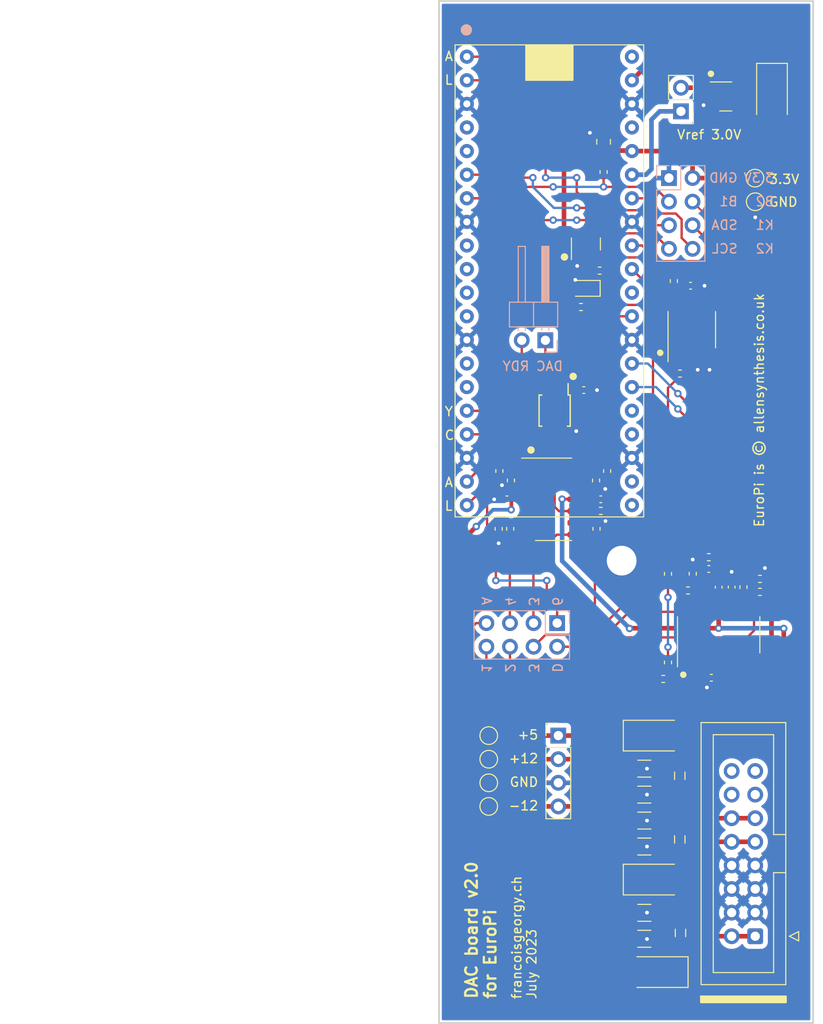
<source format=kicad_pcb>
(kicad_pcb (version 20221018) (generator pcbnew)
  (layers (0 "F.Cu" signal) (31 "B.Cu" signal) (34 "B.Paste" user) (35 "F.Paste" user) (36 "B.SilkS" user "B.Silkscreen") (37 "F.SilkS" user "F.Silkscreen") (38 "B.Mask" user) (39 "F.Mask" user) (44 "Edge.Cuts" user))
  (net 0 "")
  (net 1 "GND")
  (net 2 "/ADC_VREF")
  (net 3 "Net-(U3C-+)")
  (net 4 "/GP2")
  (net 5 "/GP3")
  (net 6 "Net-(U3D-+)")
  (net 7 "/Euro+5")
  (net 8 "/Euro+12")
  (net 9 "/Euro-12")
  (net 12 "/DIG_IN")
  (net 13 "/PWM1")
  (net 14 "/PWM2")
  (net 15 "/AN_IN")
  (net 18 "/OLED SDA P")
  (net 19 "/OLED SCL P")
  (net 20 "/DAC_RDY")
  (net 21 "/DAC_LDAC")
  (net 22 "/DAC_SDA")
  (net 23 "/DAC_SCL")
  (net 24 "/KNOB 2 P")
  (net 25 "/KNOB 1 P")
  (net 26 "Net-(D1-K)")
  (net 27 "Net-(D3-K)")
  (net 28 "Net-(D4-A)")
  (net 29 "Net-(R21-Pad2)")
  (net 30 "Net-(U5A--)")
  (net 31 "Net-(U4A--)")
  (net 32 "Net-(U4B--)")
  (net 33 "Net-(U4C--)")
  (net 34 "Net-(U4D--)")
  (net 35 "Net-(U3C--)")
  (net 36 "Net-(U3D--)")
  (net 49 "/BUTTON 1 P")
  (net 50 "/BUTTON 2 P")
  (net 51 "/OUTPUT 6 P")
  (net 52 "/OUTPUT 5 P")
  (net 53 "/OUTPUT 4 P")
  (net 54 "/ANALOGUE IN P")
  (net 55 "/OUTPUT 1 P")
  (net 56 "/OUTPUT 2 P")
  (net 57 "/OUTPUT 3 P")
  (net 58 "/DIGITAL IN P")
  (net 60 "/+5V")
  (net 61 "/+12V")
  (net 62 "/-12V")
  (net 63 "/+3.3V P")
  (net 64 "Net-(D5-A)")
  (net 68 "/DACA")
  (net 69 "/DACB")
  (net 70 "/DACC")
  (net 71 "/DACD")
  (net 72 "/DAC_RDY_JP")
  (net 73 "Net-(#FLG07-pwr)")
  (net 74 "/VREF30")
  (net 75 "Net-(U3A--)")
  (footprint "Capacitor_SMD:C_0402_1005Metric" (layer "F.Cu") (at 133.35 100.299 180)
    (fp_text reference "C4" hide)
    (fp_text value "100nF")
  )
  (footprint "Package_TO_SOT_SMD:SOT-23" (layer "F.Cu") (at 146.812 56.9468)
    (fp_text reference "U1" hide)
    (fp_text value "LM4040B30FTA")
  )
  (footprint "Capacitor_SMD:C_1206_3216Metric" (layer "F.Cu") (at 138.042 132.08)
    (fp_text reference "C25" hide)
    (fp_text value "22uF")
  )
  (footprint "Capacitor_SMD:C_1206_3216Metric" (layer "F.Cu") (at 138.042 129.286)
    (fp_text reference "C20" hide)
    (fp_text value "22uF")
  )
  (footprint "Resistor_SMD:R_0402_1005Metric" (layer "F.Cu") (at 133.223 75.692 180)
    (fp_text reference "R27" hide)
    (fp_text value "100K")
  )
  (footprint "Capacitor_SMD:C_1206_3216Metric" (layer "F.Cu") (at 138.042 144.8011)
    (fp_text reference "C24" hide)
    (fp_text value "22uF")
  )
  (footprint "Diode_SMD:D_SOD-323" (layer "F.Cu") (at 131.6736 77.597 180)
    (fp_text reference "D1" hide)
    (fp_text value "1N5817WS")
  )
  (footprint "TestPoint:TestPoint_Pad_D1.5mm" (layer "F.Cu") (at 121.285 130.81)
    (fp_text reference "TP3" hide)
    (fp_text value "TestPoint")
  )
  (footprint "Diode_SMD:D_SMA" (layer "F.Cu") (at 139.287 141.224)
    (fp_text reference "D4" hide)
    (fp_text value "STPS1L30")
  )
  (footprint "Resistor_SMD:R_0402_1005Metric" (layer "F.Cu") (at 133.35 101.5492)
    (fp_text reference "R33" hide)
    (fp_text value "100K")
  )
  (footprint "Resistor_SMD:R_0402_1005Metric" (layer "F.Cu") (at 140.589 108.3173 90)
    (fp_text reference "R22" hide)
    (fp_text value "22K")
  )
  (footprint "Package_TO_SOT_SMD:SOT-23" (layer "F.Cu") (at 131.7498 72.8218 90)
    (fp_text reference "Q1" hide)
    (fp_text value "MBT2222A")
  )
  (footprint "Capacitor_SMD:C_0402_1005Metric" (layer "F.Cu") (at 144.9832 107.7976 180)
    (fp_text reference "C10" hide)
    (fp_text value "100nF")
  )
  (footprint "Resistor_SMD:R_0402_1005Metric" (layer "F.Cu") (at 133.6548 65.0748 90)
    (fp_text reference "R24" hide)
    (fp_text value "10K")
  )
  (footprint "TestPoint:TestPoint_Pad_D1.5mm" (layer "F.Cu") (at 121.285 125.73)
    (fp_text reference "TP1" hide)
    (fp_text value "TestPoint")
  )
  (footprint "Library:Raspberry Pi Pico" (layer "F.Cu") (at 118.925 52.665)
    (fp_text reference "RPI1" hide)
    (fp_text value "Raspberry_Pi_Pico")
  )
  (footprint "TestPoint:TestPoint_Pad_D1.5mm" (layer "F.Cu") (at 149.987 68.2752)
    (fp_text reference "TP6" hide)
    (fp_text value "TestPoint")
  )
  (footprint "Capacitor_SMD:C_1206_3216Metric" (layer "F.Cu") (at 138.042 137.668)
    (fp_text reference "C22" hide)
    (fp_text value "22uF")
  )
  (footprint "Package_SO:SOIC-8_3.9x4.9mm_P1.27mm" (layer "F.Cu") (at 143.1544 82.042 90)
    (fp_text reference "U5" hide)
    (fp_text value "MCP6002")
  )
  (footprint "Resistor_SMD:R_0402_1005Metric" (layer "F.Cu") (at 144.9832 106.5276 180)
    (fp_text reference "R2" hide)
    (fp_text value "1K")
  )
  (footprint "Resistor_SMD:R_0402_1005Metric" (layer "F.Cu") (at 143.256 108.3056 90)
    (fp_text reference "R30" hide)
    (fp_text value "100K")
  )
  (footprint "Resistor_SMD:R_0402_1005Metric" (layer "F.Cu") (at 140.589 117.856 90)
    (fp_text reference "R21" hide)
    (fp_text value "22K")
  )
  (footprint "Resistor_SMD:R_0402_1005Metric" (layer "F.Cu") (at 132.8928 103.4796 90)
    (fp_text reference "R39" hide)
    (fp_text value "220K")
  )
  (footprint "Package_SO:SOIC-14_3.9x8.7mm_P1.27mm" (layer "F.Cu") (at 128.268 100.299)
    (fp_text reference "U4" hide)
    (fp_text value "TL074")
  )
  (footprint "Capacitor_SMD:C_0402_1005Metric" (layer "F.Cu") (at 131.5212 88.5444)
    (fp_text reference "C8" hide)
    (fp_text value "100nF")
  )
  (footprint "Resistor_SMD:R_0402_1005Metric" (layer "F.Cu") (at 123.5992 103.4796 90)
    (fp_text reference "R38" hide)
    (fp_text value "220K")
  )
  (footprint "Resistor_SMD:R_0402_1005Metric" (layer "F.Cu") (at 132.842 98.2746 -90)
    (fp_text reference "R34" hide)
    (fp_text value "100K")
  )
  (footprint "Resistor_SMD:R_0402_1005Metric" (layer "F.Cu") (at 131.2164 79.6036)
    (fp_text reference "R26" hide)
    (fp_text value "10K")
  )
  (footprint "Resistor_SMD:R_0402_1005Metric" (layer "F.Cu") (at 142.748 110.109)
    (fp_text reference "R36" hide)
    (fp_text value "220K")
  )
  (footprint "Connector_PinHeader_2.54mm:PinHeader_1x02_P2.54mm_Vertical" (layer "F.Cu") (at 141.986 58.547 180)
    (fp_text reference "J7" hide)
    (fp_text value "Conn_01x02_Pin")
  )
  (footprint "Resistor_SMD:R_0402_1005Metric" (layer "F.Cu") (at 150.497 108.8644)
    (fp_text reference "R29" hide)
    (fp_text value "100K")
  )
  (footprint "Capacitor_SMD:C_0402_1005Metric" (layer "F.Cu") (at 145.2626 119.507 180)
    (fp_text reference "C5" hide)
    (fp_text value "100nF")
  )
  (footprint "Capacitor_SMD:C_0402_1005Metric" (layer "F.Cu") (at 147.447 109.7534 90)
    (fp_text reference "C9" hide)
    (fp_text value "100nF")
  )
  (footprint "Diode_SMD:D_SMA" (layer "F.Cu") (at 139.287 125.73)
    (fp_text reference "D5" hide)
    (fp_text value "STPS1L30")
  )
  (footprint "Diode_SMD:D_SMA" (layer "F.Cu") (at 139.242 151.1808 180)
    (fp_text reference "D3" hide)
    (fp_text value "STPS1L30")
  )
  (footprint "Capacitor_SMD:C_0805_2012Metric" (layer "F.Cu") (at 133.6548 61.8236 90)
    (fp_text reference "C1" hide)
    (fp_text value "10uF")
  )
  (footprint "Resistor_SMD:R_0402_1005Metric" (layer "F.Cu") (at 140.081 119.634)
    (fp_text reference "R28" hide)
    (fp_text value "100K")
  )
  (footprint "Inductor_SMD:L_0805_2012Metric" (layer "F.Cu") (at 141.859 130.048 90)
    (fp_text reference "FB1" hide)
    (fp_text value "FerriteBead")
  )
  (footprint "Connector_IDC:IDC-Header_2x08_P2.54mm_Vertical" (layer "F.Cu") (at 149.987 147.32 180)
    (fp_text reference "J1" hide)
    (fp_text value "Conn_02x08_Odd_Even")
  )
  (footprint "Capacitor_SMD:C_0402_1005Metric" (layer "F.Cu") (at 146.05 109.7534 -90)
    (fp_text reference "C6" hide)
    (fp_text value "100nF")
  )
  (footprint "Capacitor_SMD:C_1206_3216Metric" (layer "F.Cu") (at 138.042 147.5951)
    (fp_text reference "C23" hide)
    (fp_text value "22uF")
  )
  (footprint "Connector_PinHeader_2.54mm:PinHeader_1x04_P2.54mm_Vertical" (layer "F.Cu") (at 128.778 125.73)
    (fp_text reference "J6" hide)
    (fp_text value "Conn_01x04_Male")
  )
  (footprint "Resistor_SMD:R_0402_1005Metric" (layer "F.Cu") (at 122.3518 103.4796 -90)
    (fp_text reference "R32" hide)
    (fp_text value "100K")
  )
  (footprint "Inductor_SMD:L_0805_2012Metric" (layer "F.Cu") (at 141.859 136.906 -90)
    (fp_text reference "FB2" hide)
    (fp_text value "FerriteBead" hide)
  )
  (footprint "Resistor_SMD:R_0402_1005Metric" (layer "F.Cu") (at 123.6726 98.2726 -90)
    (fp_text reference "R31" hide)
    (fp_text value "100K")
  )
  (footprint "Diode_SMD:D_SMA" (layer "F.Cu") (at 151.7904 56.896 -90)
    (fp_text reference "D2" hide)
    (fp_text value "STPS1L30")
  )
  (footprint "Resistor_SMD:R_0402_1005Metric" (layer "F.Cu") (at 134.0358 97.2546 -90)
    (fp_text reference "R40" hide)
    (fp_text value "220K")
  )
  (footprint "Capacitor_SMD:C_0402_1005Metric" (layer "F.Cu") (at 123.2408 100.3046 180)
    (fp_text reference "C3" hide)
    (fp_text value "100nF")
  )
  (footprint "Capacitor_SMD:C_0402_1005Metric" (layer "F.Cu") (at 143.0248 77.3176)
    (fp_text reference "C7" hide)
    (fp_text value "100nF")
  )
  (footprint "Package_SO:MSOP-10_3x3mm_P0.5mm" (layer "F.Cu") (at 128.381 90.7542 -90)
    (fp_text reference "U2" hide)
    (fp_text value "MCP4728" hide)
  )
  (footprint "TestPoint:TestPoint_Pad_D1.5mm" (layer "F.Cu") (at 121.285 128.27)
    (fp_text reference "TP2" hide)
    (fp_text value "TestPoint")
  )
  (footprint "Capacitor_SMD:C_1206_3216Metric" (layer "F.Cu") (at 138.042 134.874)
    (fp_text reference "C21" hide)
    (fp_text value "22uF")
  )
  (footprint "Inductor_SMD:L_0805_2012Metric" (layer "F.Cu") (at 141.9352 146.9644 -90)
    (fp_text reference "FB3" hide)
    (fp_text value "FerriteBead" hide)
  )
  (footprint "TestPoint:TestPoint_Pad_D1.5mm" (layer "F.Cu") (at 121.285 133.35)
    (fp_text reference "TP4" hide)
    (fp_text value "TestPoint")
  )
  (footprint "Package_SO:SOIC-14_3.9x8.7mm_P1.27mm" (layer "F.Cu") (at 146.05 114.8842 90)
    (fp_text reference "U3" hide)
    (fp_text value "TL074")
  )
  (footprint "Resistor_SMD:R_0402_1005Metric" (layer "F.Cu") (at 148.717 109.7534 90)
    (fp_text reference "R1" hide)
    (fp_text value "1K")
  )
  (footprint "Resistor_SMD:R_0402_1005Metric" (layer "F.Cu") (at 141.8844 86.7664 180)
    (fp_text reference "R23" hide)
    (fp_text value "22K")
  )
  (footprint "Resistor_SMD:R_0402_1005Metric" (layer "F.Cu") (at 122.428 97.2566 -90)
    (fp_text reference "R37" hide)
    (fp_text value "220K")
  )
  (footprint "Resistor_SMD:R_0402_1005Metric" (layer "F.Cu") (at 141.224 76.8096 -90)
    (fp_text reference "R25" hide)
    (fp_text value "10K")
  )
  (footprint "TestPoint:TestPoint_Pad_D1.5mm" (layer "F.Cu") (at 149.9616 65.7352)
    (fp_text reference "TP5" hide)
    (fp_text value "TestPoint")
  )
  (footprint "Resistor_SMD:R_0402_1005Metric" (layer "F.Cu") (at 150.497 110.2614 180)
    (fp_text reference "R35" hide)
    (fp_text value "220K")
  )
  (footprint "Connector_PinSocket_2.54mm:PinSocket_2x04_P2.54mm_Vertical" (layer "B.Cu") (at 128.651 113.625 90)
    (fp_text reference "J3" hide)
    (fp_text value "Conn_02x04_Odd_Even")
  )
  (footprint "Connector_PinSocket_2.54mm:PinSocket_2x04_P2.54mm_Vertical" (layer "B.Cu") (at 140.696 65.725 180)
    (fp_text reference "J2" hide)
    (fp_text value "Conn_02x04_Odd_Even")
  )
  (footprint "Connector_PinHeader_2.54mm:PinHeader_1x02_P2.54mm_Horizontal" (layer "B.Cu") (at 127.381 83.185 90)
    (fp_text reference "J5" hide)
    (fp_text value "Conn_01x02_Pin")
  )
  (gr_circle (center 118.872 49.784) (end 118.372 49.784) (stroke (width 0.2)) (fill solid) (layer "B.SilkS"))
  (gr_circle (center 130.3782 87.0712) (end 130.6782 87.0712) (stroke (width 0.2)) (fill solid) (layer "F.SilkS"))
  (gr_circle (center 129.4384 74.2188) (end 129.4384 74.5188) (stroke (width 0.2)) (fill solid) (layer "F.SilkS"))
  (gr_circle (center 118.872 49.784) (end 119.372 49.784) (stroke (width 0.2)) (fill solid) (layer "F.SilkS"))
  (gr_rect (start 144.145 153.797) (end 153.289 154.432) (stroke (width 0.2)) (fill solid) (layer "F.SilkS"))
  (gr_circle (center 145.2118 54.5084) (end 145.4618 54.5084) (stroke (width 0.2)) (fill solid) (layer "F.SilkS"))
  (gr_circle (center 142.24 119.1768) (end 142.49 119.1768) (stroke (width 0.2)) (fill solid) (layer "F.SilkS"))
  (gr_circle (center 125.8316 94.996) (end 126.1316 94.996) (stroke (width 0.2)) (fill solid) (layer "F.SilkS"))
  (gr_circle (center 139.7508 84.5312) (end 140.0008 84.5312) (stroke (width 0.2)) (fill solid) (layer "F.SilkS"))
  (gr_rect (start 115.925 46.665) (end 156.225 156.665) (stroke (width 0.2)) (fill none) (layer "Edge.Cuts"))
  (gr_text "2" (at 122.9868 119.0244 270) (layer "B.SilkS") (effects (font (size 1 1) (thickness 0.153)) (justify left bottom mirror)))
  (gr_text "6" (at 128.0668 111.8616 270) (layer "B.SilkS") (effects (font (size 1 1) (thickness 0.153)) (justify left bottom mirror)))
  (gr_text "4" (at 122.9868 111.8616 270) (layer "B.SilkS") (effects (font (size 1 1) (thickness 0.153)) (justify left bottom mirror)))
  (gr_text "3" (at 125.5268 111.8616 270) (layer "B.SilkS") (effects (font (size 1 1) (thickness 0.153)) (justify left bottom mirror)))
  (gr_text "3.3V" (at 152.0952 66.294) (layer "B.SilkS") (effects (font (size 1 1) (thickness 0.153)) (justify left bottom mirror)))
  (gr_text "D" (at 128.0668 119.0244 270) (layer "B.SilkS") (effects (font (size 1 1) (thickness 0.153)) (justify left bottom mirror)))
  (gr_text "SCL" (at 148.1836 73.914) (layer "B.SilkS") (effects (font (size 1 1) (thickness 0.153)) (justify left bottom mirror)))
  (gr_text "1" (at 120.4468 119.0244 270) (layer "B.SilkS") (effects (font (size 1 1) (thickness 0.153)) (justify left bottom mirror)))
  (gr_text "3" (at 125.5268 119.0244 270) (layer "B.SilkS") (effects (font (size 1 1) (thickness 0.153)) (justify left bottom mirror)))
  (gr_text "DAC RDY" (at 129.3622 86.5632) (layer "B.SilkS") (effects (font (size 1 1) (thickness 0.153)) (justify left bottom mirror)))
  (gr_text "SDA" (at 148.1836 71.374) (layer "B.SilkS") (effects (font (size 1 1) (thickness 0.153)) (justify left bottom mirror)))
  (gr_text "K1" (at 152.0952 71.374) (layer "B.SilkS") (effects (font (size 1 1) (thickness 0.153)) (justify left bottom mirror)))
  (gr_text "GND" (at 148.1836 66.294) (layer "B.SilkS") (effects (font (size 1 1) (thickness 0.153)) (justify left bottom mirror)))
  (gr_text "B1" (at 148.1836 68.834) (layer "B.SilkS") (effects (font (size 1 1) (thickness 0.153)) (justify left bottom mirror)))
  (gr_text "A" (at 120.4468 111.766362 270) (layer "B.SilkS") (effects (font (size 1 1) (thickness 0.153)) (justify left bottom mirror)))
  (gr_text "B2" (at 152.0952 68.834) (layer "B.SilkS") (effects (font (size 1 1) (thickness 0.153)) (justify left bottom mirror)))
  (gr_text "K2" (at 152.0952 73.914) (layer "B.SilkS") (effects (font (size 1 1) (thickness 0.153)) (justify left bottom mirror)))
  (gr_text "L" (at 116.459 101.6) (layer "F.SilkS") (effects (font (size 1 1) (thickness 0.153)) (justify left bottom)))
  (gr_text "+12" (at 123.355219 128.778) (layer "F.SilkS") (effects (font (size 1 1) (thickness 0.153)) (justify left bottom)))
  (gr_text "Y" (at 116.459 91.44) (layer "F.SilkS") (effects (font (size 1 1) (thickness 0.153)) (justify left bottom)))
  (gr_text "+5" (at 124.3076 126.238) (layer "F.SilkS") (effects (font (size 1 1) (thickness 0.153)) (justify left bottom)))
  (gr_text "GND" (at 123.450457 131.318) (layer "F.SilkS") (effects (font (size 1 1) (thickness 0.153)) (justify left bottom)))
  (gr_text "EuroPi is © allensynthesis.co.uk" (at 151.003 103.378 90) (layer "F.SilkS") (effects (font (size 1 1) (thickness 0.153)) (justify left bottom)))
  (gr_text "francoisgeorgy.ch\nJuly 2023" (at 126.492 154.178 90) (layer "F.SilkS") (effects (font (size 1 1) (thickness 0.153)) (justify left bottom)))
  (gr_text "L" (at 116.459 55.753) (layer "F.SilkS") (effects (font (size 1 1) (thickness 0.153)) (justify left bottom)))
  (gr_text "Vref 3.0V" (at 141.478 61.6458) (layer "F.SilkS") (effects (font (size 1 1) (thickness 0.153)) (justify left bottom)))
  (gr_text "DAC board v2.0\nfor EuroPi " (at 122.174 154.178 90) (layer "F.SilkS") (effects (font (size 1.25 1.25) (thickness 0.25) bold) (justify left bottom)))
  (gr_text "-12" (at 123.355219 133.858) (layer "F.SilkS") (effects (font (size 1 1) (thickness 0.153)) (justify left bottom)))
  (gr_text "GND" (at 151.384 68.8848) (layer "F.SilkS") (effects (font (size 1 1) (thickness 0.153)) (justify left bottom)))
  (gr_text "3.3V" (at 151.384 66.4464) (layer "F.SilkS") (effects (font (size 1 1) (thickness 0.153)) (justify left bottom)))
  (gr_text "C" (at 116.459 93.98) (layer "F.SilkS") (effects (font (size 1 1) (thickness 0.153)) (justify left bottom)))
  (gr_text "A" (at 116.459 99.06) (layer "F.SilkS") (effects (font (size 1 1) (thickness 0.153)) (justify left bottom)))
  (gr_text "A" (at 116.459 53.213) (layer "F.SilkS") (effects (font (size 1 1) (thickness 0.153)) (justify left bottom)))
  (segment (start 122.6338 100.3046) (end 121.7422 100.3046) (width 0.4) (layer "F.Cu") (net 1))
  (segment (start 143.256 107.7956) (end 143.256 106.7816) (width 0.25) (layer "F.Cu") (net 1))
  (segment (start 122.7094 98.7826) (end 122.7074 98.7806) (width 0.4) (layer "F.Cu") (net 1))
  (segment (start 139.540333 132.08) (end 139.540333 134.857667) (width 0.5) (layer "F.Cu") (net 1))
  (segment (start 130.7998 73.7593) (end 130.7998 75.1738) (width 0.4) (layer "F.Cu") (net 1))
  (segment (start 138.3581 147.5951) (end 138.3284 147.6248) (width 0.4) (layer "F.Cu") (net 1))
  (segment (start 144.7826 119.507) (end 144.7826 117.3618) (width 0.3) (layer "F.Cu") (net 1))
  (segment (start 139.6002 147.5951) (end 139.6002 144.8011) (width 0.5) (layer "F.Cu") (net 1))
  (segment (start 139.517 144.8011) (end 138.3495 144.8011) (width 0.4) (layer "F.Cu") (net 1))
  (segment (start 147.447 109.2734) (end 147.447 108.1024) (width 0.25) (layer "F.Cu") (net 1))
  (segment (start 132.0012 88.5444) (end 132.9436 88.5444) (width 0.4) (layer "F.Cu") (net 1))
  (segment (start 129.431 92.964) (end 129.431 92.9542) (width 0.4) (layer "F.Cu") (net 1))
  (segment (start 139.517 134.874) (end 138.3284 134.874) (width 0.4) (layer "F.Cu") (net 1))
  (segment (start 133.86 101.768) (end 133.86 102.4128) (width 0.3) (layer "F.Cu") (net 1))
  (segment (start 133.83 100.299) (end 133.83 99.1896) (width 0.3) (layer "F.Cu") (net 1))
  (segment (start 144.7826 117.3618) (end 144.78 117.3592) (width 0.4) (layer "F.Cu") (net 1))
  (segment (start 133.6548 60.8736) (end 132.1968 60.8736) (width 0.5) (layer "F.Cu") (net 1))
  (segment (start 139.524 134.874) (end 139.524 137.619001) (width 0.5) (layer "F.Cu") (net 1))
  (segment (start 130.6236 76.6994) (end 130.6068 76.6826) (width 0.4) (layer "F.Cu") (net 1))
  (segment (start 139.540333 134.857667) (end 139.524 134.874) (width 0.5) (layer "F.Cu") (net 1))
  (segment (start 133.83 99.1896) (end 133.8326 99.187) (width 0.25) (layer "F.Cu") (net 1))
  (segment (start 144.526 77.3176) (end 143.5048 77.3176) (width 0.4) (layer "F.Cu") (net 1))
  (segment (start 151.007 108.8644) (end 151.007 107.7174) (width 0.25) (layer "F.Cu") (net 1))
  (segment (start 139.517 137.668) (end 138.3284 137.668) (width 0.4) (layer "F.Cu") (net 1))
  (segment (start 143.7894 86.3346) (end 143.8148 86.36) (width 0.4) (layer "F.Cu") (net 1))
  (segment (start 143.256 107.7956) (end 144.5012 107.7956) (width 0.25) (layer "F.Cu") (net 1))
  (segment (start 149.987 68.2752) (end 149.987 69.9516) (width 0.4) (layer "F.Cu") (net 1))
  (segment (start 123.6726 98.7826) (end 122.7094 98.7826) (width 0.4) (layer "F.Cu") (net 1))
  (segment (start 122.3518 103.9896) (end 122.3518 105.029) (width 0.4) (layer "F.Cu") (net 1))
  (segment (start 133.4302 98.7846) (end 133.8326 99.187) (width 0.3) (layer "F.Cu") (net 1))
  (segment (start 130.6236 77.597) (end 130.6236 76.6994) (width 0.4) (layer "F.Cu") (net 1))
  (segment (start 139.517 132.08) (end 138.3284 132.08) (width 0.4) (layer "F.Cu") (net 1))
  (segment (start 151.007 107.7174) (end 151.0284 107.696) (width 0.25) (layer "F.Cu") (net 1))
  (segment (start 139.517 147.5951) (end 138.3581 147.5951) (width 0.4) (layer "F.Cu") (net 1))
  (segment (start 144.78 119.5096) (end 144.7826 119.507) (width 0.4) (layer "F.Cu") (net 1))
  (segment (start 145.8643 57.8866) (end 145.8745 57.8968) (width 0.4) (layer "F.Cu") (net 1))
  (segment (start 130.7084 92.964) (end 129.431 92.964) (width 0.4) (layer "F.Cu") (net 1))
  (segment (start 132.842 98.7846) (end 133.4302 98.7846) (width 0.3) (layer "F.Cu") (net 1))
  (segment (start 139.556666 129.286) (end 139.556666 132.063667) (width 0.5) (layer "F.Cu") (net 1))
  (segment (start 130.7998 75.1738) (end 130.81 75.184) (width 0.4) (layer "F.Cu") (net 1))
  (segment (start 144.3228 57.8866) (end 145.8643 57.8866) (width 0.4) (layer "F.Cu") (net 1))
  (segment (start 145.0594 84.517) (end 145.0594 86.36) (width 0.4) (layer "F.Cu") (net 1))
  (segment (start 133.83 100.299) (end 133.83 101.5192) (width 0.3) (layer "F.Cu") (net 1))
  (segment (start 139.556666 132.063667) (end 139.540333 132.08) (width 0.5) (layer "F.Cu") (net 1))
  (segment (start 143.7894 84.517) (end 143.7894 86.3346) (width 0.4) (layer "F.Cu") (net 1))
  (segment (start 144.5012 107.7956) (end 144.5032 107.7976) (width 0.25) (layer "F.Cu") (net 1))
  (segment (start 139.517 129.286) (end 138.3284 129.286) (width 0.4) (layer "F.Cu") (net 1))
  (segment (start 128.778 130.81) (end 121.285 130.81) (width 0.5) (layer "F.Cu") (net 1))
  (segment (start 144.78 120.5484) (end 144.78 119.5096) (width 0.3) (layer "F.Cu") (net 1))
  (segment (start 146.05 109.2734) (end 147.447 109.2734) (width 0.25) (layer "F.Cu") (net 1))
  (segment (start 138.3495 144.8011) (end 138.3284 144.78) (width 0.4) (layer "F.Cu") (net 1))
  (segment (start 133.83 101.5192) (end 133.86 101.5492) (width 0.25) (layer "F.Cu") (net 1))
  (segment (start 132.1968 60.8736) (end 132.1816 60.8584) (width 0.5) (layer "F.Cu") (net 1))
  (via (at 147.447 108.1024) (size 0.8) (drill 0.4) (layers "F.Cu" "B.Cu") (net 1))
  (via (at 138.3284 144.78) (size 0.8) (drill 0.4) (layers "F.Cu" "B.Cu") (net 1))
  (via (at 121.8692 100.3046) (size 0.8) (drill 0.4) (layers "F.Cu" "B.Cu") (net 1))
  (via (at 143.256 106.7816) (size 0.8) (drill 0.4) (layers "F.Cu" "B.Cu") (net 1))
  (via (at 138.3284 134.874) (size 0.8) (drill 0.4) (layers "F.Cu" "B.Cu") (net 1))
  (via (at 130.7084 92.964) (size 0.8) (drill 0.4) (layers "F.Cu" "B.Cu") (net 1))
  (via (at 122.7074 98.7806) (size 0.8) (drill 0.4) (layers "F.Cu" "B.Cu") (net 1))
  (via (at 132.9436 88.5444) (size 0.8) (drill 0.4) (layers "F.Cu" "B.Cu") (net 1))
  (via (at 133.8326 99.187) (size 0.8) (drill 0.4) (layers "F.Cu" "B.Cu") (net 1))
  (via (at 151.0284 107.696) (size 0.8) (drill 0.4) (layers "F.Cu" "B.Cu") (net 1))
  (via (at 138.3284 132.08) (size 0.8) (drill 0.4) (layers "F.Cu" "B.Cu") (net 1))
  (via (at 138.3284 147.6248) (size 0.8) (drill 0.4) (layers "F.Cu" "B.Cu") (net 1))
  (via (at 130.81 75.184) (size 0.8) (drill 0.4) (layers "F.Cu" "B.Cu") (net 1))
  (via (at 143.7894 86.36) (size 0.8) (drill 0.4) (layers "F.Cu" "B.Cu") (net 1))
  (via (at 144.526 77.3176) (size 0.8) (drill 0.4) (layers "F.Cu" "B.Cu") (net 1))
  (via locked (at 135.6 106.9) (size 3.6) (drill 3.2) (layers "F.Cu" "B.Cu") (net 1))
  (via (at 138.3284 129.286) (size 0.8) (drill 0.4) (layers "F.Cu" "B.Cu") (net 1))
  (via (at 130.6068 76.6826) (size 0.8) (drill 0.4) (layers "F.Cu" "B.Cu") (net 1))
  (via (at 149.987 69.9516) (size 0.8) (drill 0.4) (layers "F.Cu" "B.Cu") (net 1))
  (via (at 122.3518 105.029) (size 0.8) (drill 0.4) (layers "F.Cu" "B.Cu") (net 1))
  (via (at 133.858 102.6414) (size 0.8) (drill 0.4) (layers "F.Cu" "B.Cu") (net 1))
  (via (at 138.3284 137.668) (size 0.8) (drill 0.4) (layers "F.Cu" "B.Cu") (net 1))
  (via (at 144.4244 57.8866) (size 0.8) (drill 0.4) (layers "F.Cu" "B.Cu") (net 1))
  (via (at 144.78 120.5484) (size 0.8) (drill 0.4) (layers "F.Cu" "B.Cu") (net 1))
  (via (at 132.1816 60.8584) (size 0.8) (drill 0.4) (layers "F.Cu" "B.Cu") (net 1))
  (via (at 145.0594 86.36) (size 0.8) (drill 0.4) (layers "F.Cu" "B.Cu") (net 1))
  (segment (start 139.7 58.547) (end 141.986 58.547) (width 0.5) (layer "B.Cu") (net 2))
  (segment (start 136.705 65.365) (end 138.216 65.365) (width 0.5) (layer "B.Cu") (net 2))
  (segment (start 138.811 59.436) (end 139.7 58.547) (width 0.5) (layer "B.Cu") (net 2))
  (segment (start 138.216 65.365) (end 138.811 64.77) (width 0.5) (layer "B.Cu") (net 2))
  (segment (start 138.811 64.77) (end 138.811 59.436) (width 0.5) (layer "B.Cu") (net 2))
  (segment (start 147.447 110.2334) (end 147.447 112.2822) (width 0.25) (layer "F.Cu") (net 3))
  (segment (start 148.717 110.2634) (end 147.477 110.2634) (width 0.25) (layer "F.Cu") (net 3))
  (segment (start 147.477 110.2634) (end 147.447 110.2334) (width 0.25) (layer "F.Cu") (net 3))
  (segment (start 147.447 112.2822) (end 147.32 112.4092) (width 0.25) (layer "F.Cu") (net 3))
  (segment (start 145.4632 106.5576) (end 145.4932 106.5276) (width 0.25) (layer "F.Cu") (net 6))
  (segment (start 144.78 109.1946) (end 145.4658 108.5088) (width 0.25) (layer "F.Cu") (net 6))
  (segment (start 144.78 110.2106) (end 144.78 109.1946) (width 0.25) (layer "F.Cu") (net 6))
  (segment (start 145.4632 108.5062) (end 145.4632 107.7976) (width 0.25) (layer "F.Cu") (net 6))
  (segment (start 145.4658 108.5088) (end 145.4632 108.5062) (width 0.25) (layer "F.Cu") (net 6))
  (segment (start 144.78 112.4092) (end 144.78 110.2106) (width 0.25) (layer "F.Cu") (net 6))
  (segment (start 145.4632 107.7976) (end 145.4632 106.5576) (width 0.25) (layer "F.Cu") (net 6))
  (segment (start 144.78 133.731) (end 144.78 131.953) (width 0.5) (layer "F.Cu") (net 7))
  (segment (start 147.447 134.62) (end 145.669 134.62) (width 0.5) (layer "F.Cu") (net 7))
  (segment (start 147.447 134.62) (end 149.987 134.62) (width 0.5) (layer "F.Cu") (net 7))
  (segment (start 144.78 131.953) (end 143.9375 131.1105) (width 0.5) (layer "F.Cu") (net 7))
  (segment (start 141.859 131.1105) (end 143.9375 131.1105) (width 0.5) (layer "F.Cu") (net 7))
  (segment (start 145.669 134.62) (end 144.78 133.731) (width 0.5) (layer "F.Cu") (net 7))
  (segment (start 147.447 137.16) (end 149.987 137.16) (width 0.5) (layer "F.Cu") (net 8))
  (segment (start 141.859 135.8435) (end 143.7175 135.8435) (width 0.5) (layer "F.Cu") (net 8))
  (segment (start 145.034 137.16) (end 147.447 137.16) (width 0.5) (layer "F.Cu") (net 8))
  (segment (start 143.7175 135.8435) (end 145.034 137.16) (width 0.5) (layer "F.Cu") (net 8))
  (segment (start 144.1153 145.9019) (end 141.9352 145.9019) (width 0.5) (layer "F.Cu") (net 9))
  (segment (start 145.542 147.32) (end 144.1196 145.8976) (width 0.5) (layer "F.Cu") (net 9))
  (segment (start 144.1196 145.8976) (end 144.1153 145.9019) (width 0.5) (layer "F.Cu") (net 9))
  (segment (start 147.447 147.32) (end 145.542 147.32) (width 0.5) (layer "F.Cu") (net 9))
  (segment (start 147.447 147.32) (end 149.987 147.32) (width 0.5) (layer "F.Cu") (net 9))
  (segment (start 134.4314 80.605) (end 136.705 80.605) (width 0.25) (layer "F.Cu") (net 12))
  (segment (start 131.7264 79.6036) (end 133.4008 79.6036) (width 0.25) (layer "F.Cu") (net 12))
  (segment (start 133.4008 79.6036) (end 134.4168 80.6196) (width 0.25) (layer "F.Cu") (net 12))
  (segment (start 131.7498 79.5802) (end 131.7264 79.6036) (width 0.25) (layer "F.Cu") (net 12))
  (segment (start 131.7498 71.8843) (end 131.7498 79.5802) (width 0.25) (layer "F.Cu") (net 12))
  (segment (start 134.4168 80.6196) (end 134.4314 80.605) (width 0.25) (layer "F.Cu") (net 12))
  (segment (start 141.6558 88.9254) (end 144.526 91.7956) (width 0.25) (layer "F.Cu") (net 13))
  (segment (start 148.717 107.569) (end 148.717 109.2434) (width 0.25) (layer "F.Cu") (net 13))
  (segment (start 144.526 91.7956) (end 144.526 103.378) (width 0.25) (layer "F.Cu") (net 13))
  (segment (start 144.526 103.378) (end 148.717 107.569) (width 0.25) (layer "F.Cu") (net 13))
  (via (at 141.6558 88.9254) (size 0.8) (drill 0.4) (layers "F.Cu" "B.Cu") (net 13))
  (segment (start 141.6558 88.9254) (end 138.4154 85.685) (width 0.25) (layer "B.Cu") (net 13))
  (segment (start 138.4154 85.685) (end 136.705 85.685) (width 0.25) (layer "B.Cu") (net 13))
  (segment (start 143.51 92.4306) (end 143.51 103.632) (width 0.25) (layer "F.Cu") (net 14))
  (segment (start 141.6558 90.5764) (end 143.51 92.4306) (width 0.25) (layer "F.Cu") (net 14))
  (segment (start 143.51 103.632) (end 144.4986 104.6206) (width 0.25) (layer "F.Cu") (net 14))
  (segment (start 144.4986 104.6206) (end 144.4986 106.5276) (width 0.25) (layer "F.Cu") (net 14))
  (via (at 141.6558 90.5764) (size 0.8) (drill 0.4) (layers "F.Cu" "B.Cu") (net 14))
  (segment (start 139.3044 88.225) (end 136.705 88.225) (width 0.25) (layer "B.Cu") (net 14))
  (segment (start 141.6558 90.5764) (end 139.3044 88.225) (width 0.25) (layer "B.Cu") (net 14))
  (segment (start 136.705 75.525) (end 138.4468 77.2668) (width 0.25) (layer "F.Cu") (net 15))
  (segment (start 141.2494 86.6414) (end 141.3744 86.7664) (width 0.25) (layer "F.Cu") (net 15))
  (segment (start 138.4468 77.2668) (end 138.4468 77.2836) (width 0.25) (layer "F.Cu") (net 15))
  (segment (start 138.4468 77.2836) (end 140.0556 78.8924) (width 0.25) (layer "F.Cu") (net 15))
  (segment (start 141.2494 84.517) (end 141.2494 86.6414) (width 0.25) (layer "F.Cu") (net 15))
  (segment (start 140.0556 78.8924) (end 140.0556 82.2452) (width 0.25) (layer "F.Cu") (net 15))
  (segment (start 140.0556 82.2452) (end 141.2494 83.439) (width 0.25) (layer "F.Cu") (net 15))
  (segment (start 141.2494 83.439) (end 141.2494 84.517) (width 0.25) (layer "F.Cu") (net 15))
  (segment (start 120.483 52.665) (end 123.6472 55.8292) (width 0.25) (layer "F.Cu") (net 18))
  (segment (start 123.6472 60.96) (end 123.6472 60.2996) (width 0.25) (layer "F.Cu") (net 18))
  (segment (start 123.6472 55.8292) (end 123.6472 59.436) (width 0.25) (layer "F.Cu") (net 18))
  (segment (start 123.6472 59.436) (end 123.6472 60.2996) (width 0.25) (layer "F.Cu") (net 18))
  (segment (start 127.4064 64.7192) (end 127.1016 64.4144) (width 0.25) (layer "F.Cu") (net 18))
  (segment (start 127.1016 64.4144) (end 123.6472 60.96) (width 0.25) (layer "F.Cu") (net 18))
  (segment (start 118.925 52.665) (end 120.483 52.665) (width 0.25) (layer "F.Cu") (net 18))
  (segment (start 139.2834 70.805) (end 137.668 69.1896) (width 0.25) (layer "F.Cu") (net 18))
  (segment (start 140.696 70.805) (end 139.2834 70.805) (width 0.25) (layer "F.Cu") (net 18))
  (segment (start 133.6548 67.7672) (end 131.318 67.7672) (width 0.25) (layer "F.Cu") (net 18))
  (segment (start 137.668 69.1896) (end 135.0772 69.1896) (width 0.25) (layer "F.Cu") (net 18))
  (segment (start 135.0772 69.1896) (end 133.6548 67.7672) (width 0.25) (layer "F.Cu") (net 18))
  (segment (start 127.4064 65.6844) (end 127.4064 64.7192) (width 0.25) (layer "F.Cu") (net 18))
  (segment (start 130.7592 67.2084) (end 131.318 67.7672) (width 0.25) (layer "F.Cu") (net 18))
  (segment (start 130.7592 65.6844) (end 130.7592 67.2084) (width 0.25) (layer "F.Cu") (net 18))
  (via (at 127.4064 65.6844) (size 0.8) (drill 0.4) (layers "F.Cu" "B.Cu") (net 18))
  (via (at 130.7592 65.6844) (size 0.8) (drill 0.4) (layers "F.Cu" "B.Cu") (net 18))
  (segment (start 127.508 65.6844) (end 130.7592 65.6844) (width 0.25) (layer "B.Cu") (net 18))
  (segment (start 139.0298 71.6788) (end 135.636 71.6788) (width 0.25) (layer "F.Cu") (net 19))
  (segment (start 118.925 55.205) (end 120.737 55.205) (width 0.25) (layer "F.Cu") (net 19))
  (segment (start 121.7676 63.2968) (end 124.1552 65.6844) (width 0.25) (layer "F.Cu") (net 19))
  (segment (start 132.8928 68.9356) (end 130.7592 68.9356) (width 0.25) (layer "F.Cu") (net 19))
  (segment (start 135.636 71.6788) (end 132.8928 68.9356) (width 0.25) (layer "F.Cu") (net 19))
  (segment (start 120.737 55.205) (end 121.7676 56.2356) (width 0.25) (layer "F.Cu") (net 19))
  (segment (start 124.1552 65.6844) (end 126.0348 65.6844) (width 0.25) (layer "F.Cu") (net 19))
  (segment (start 121.7676 56.2356) (end 121.7676 63.2968) (width 0.25) (layer "F.Cu") (net 19))
  (segment (start 140.696 73.345) (end 139.0298 71.6788) (width 0.25) (layer "F.Cu") (net 19))
  (via (at 126.0348 65.6844) (size 0.8) (drill 0.4) (layers "F.Cu" "B.Cu") (net 19))
  (via (at 130.7592 68.9356) (size 0.8) (drill 0.4) (layers "F.Cu" "B.Cu") (net 19))
  (segment (start 126.0348 66.676396) (end 126.0348 65.6844) (width 0.25) (layer "B.Cu") (net 19))
  (segment (start 128.294004 68.9356) (end 126.0348 66.676396) (width 0.25) (layer "B.Cu") (net 19))
  (segment (start 130.7592 68.9356) (end 128.294004 68.9356) (width 0.25) (layer "B.Cu") (net 19))
  (segment (start 127.381 83.185) (end 127.381 88.5542) (width 0.25) (layer "F.Cu") (net 20))
  (segment (start 125.4252 90.551) (end 122.6712 93.305) (width 0.25) (layer "F.Cu") (net 21))
  (segment (start 127.4572 90.551) (end 127.881 90.1272) (width 0.25) (layer "F.Cu") (net 21))
  (segment (start 125.5776 90.551) (end 125.4252 90.551) (width 0.25) (layer "F.Cu") (net 21))
  (segment (start 127.881 90.1272) (end 127.881 88.5542) (width 0.25) (layer "F.Cu") (net 21))
  (segment (start 125.5776 90.551) (end 127.4572 90.551) (width 0.25) (layer "F.Cu") (net 21))
  (segment (start 118.925 93.305) (end 122.6712 93.305) (width 0.25) (layer "F.Cu") (net 21))
  (segment (start 118.925 98.385) (end 119.7864 97.5236) (width 0.25) (layer "F.Cu") (net 22))
  (segment (start 125.603 91.1098) (end 127.9652 91.1098) (width 0.25) (layer "F.Cu") (net 22))
  (segment (start 119.7864 96.9264) (end 125.603 91.1098) (width 0.25) (layer "F.Cu") (net 22))
  (segment (start 119.7864 97.5236) (end 119.7864 96.9264) (width 0.25) (layer "F.Cu") (net 22))
  (segment (start 127.9652 91.1098) (end 128.381 90.694) (width 0.25) (layer "F.Cu") (net 22))
  (segment (start 128.381 90.694) (end 128.381 88.5542) (width 0.25) (layer "F.Cu") (net 22))
  (segment (start 120.4722 99.3778) (end 120.4722 97.1804) (width 0.25) (layer "F.Cu") (net 23))
  (segment (start 120.4722 97.0026) (end 125.8062 91.6686) (width 0.25) (layer "F.Cu") (net 23))
  (segment (start 120.4722 97.1804) (end 120.4722 97.0026) (width 0.25) (layer "F.Cu") (net 23))
  (segment (start 125.8062 91.6686) (end 128.1684 91.6686) (width 0.25) (layer "F.Cu") (net 23))
  (segment (start 119.9834 99.8666) (end 120.4722 99.3778) (width 0.25) (layer "F.Cu") (net 23))
  (segment (start 128.881 90.956) (end 128.881 88.5542) (width 0.25) (layer "F.Cu") (net 23))
  (segment (start 128.1684 91.6686) (end 128.881 90.956) (width 0.25) (layer "F.Cu") (net 23))
  (segment (start 119.9834 99.8666) (end 118.925 100.925) (width 0.25) (layer "F.Cu") (net 23))
  (segment (start 142.061 72.17) (end 143.236 73.345) (width 0.25) (layer "F.Cu") (net 24))
  (segment (start 141.4272 69.5452) (end 141.6558 69.7738) (width 0.25) (layer "F.Cu") (net 24))
  (segment (start 139.0396 69.5452) (end 141.4272 69.5452) (width 0.25) (layer "F.Cu") (net 24))
  (segment (start 138.7856 69.2912) (end 139.0396 69.5452) (width 0.25) (layer "F.Cu") (net 24))
  (segment (start 138.7856 68.4784) (end 138.7856 69.2912) (width 0.25) (layer "F.Cu") (net 24))
  (segment (start 142.061 70.179) (end 142.061 72.17) (width 0.25) (layer "F.Cu") (net 24))
  (segment (start 141.6558 69.7738) (end 142.061 70.179) (width 0.25) (layer "F.Cu") (net 24))
  (segment (start 138.2122 67.905) (end 138.7856 68.4784) (width 0.25) (layer "F.Cu") (net 24))
  (segment (start 136.705 67.905) (end 138.2122 67.905) (width 0.25) (layer "F.Cu") (net 24))
  (segment (start 139.4968 74.676) (end 144.3228 74.676) (width 0.25) (layer "F.Cu") (net 25))
  (segment (start 136.705 72.985) (end 137.8058 72.985) (width 0.25) (layer "F.Cu") (net 25))
  (segment (start 137.8058 72.985) (end 139.4968 74.676) (width 0.25) (layer "F.Cu") (net 25))
  (segment (start 144.3228 74.676) (end 144.7292 74.2696) (width 0.25) (layer "F.Cu") (net 25))
  (segment (start 144.7292 74.2696) (end 144.7292 72.2982) (width 0.25) (layer "F.Cu") (net 25))
  (segment (start 144.7292 72.2982) (end 143.236 70.805) (width 0.25) (layer "F.Cu") (net 25))
  (segment (start 132.7236 77.597) (end 132.7236 75.7026) (width 0.3) (layer "F.Cu") (net 26))
  (segment (start 132.6998 73.7593) (end 132.6998 75.6798) (width 0.25) (layer "F.Cu") (net 26))
  (segment (start 141.2936 151.1808) (end 141.9352 150.5392) (width 0.25) (layer "F.Cu") (net 27))
  (segment (start 141.2936 151.13) (end 141.859 150.5646) (width 0.25) (layer "F.Cu") (net 27))
  (segment (start 141.9352 150.5392) (end 141.9352 148.0269) (width 0.25) (layer "F.Cu") (net 27))
  (segment (start 141.351 141.224) (end 141.859 140.716) (width 0.5) (layer "F.Cu") (net 28))
  (segment (start 141.859 140.716) (end 141.859 137.9685) (width 0.5) (layer "F.Cu") (net 28))
  (segment (start 140.589 117.346) (end 140.589 116.332) (width 0.25) (layer "F.Cu") (net 29))
  (segment (start 140.589 110.8456) (end 140.589 108.8273) (width 0.25) (layer "F.Cu") (net 29))
  (segment (start 142.2268 117.346) (end 142.24 117.3592) (width 0.25) (layer "F.Cu") (net 29))
  (segment (start 140.589 117.346) (end 142.2268 117.346) (width 0.25) (layer "F.Cu") (net 29))
  (via (at 140.589 116.205) (size 0.8) (drill 0.4) (layers "F.Cu" "B.Cu") (net 29))
  (via (at 140.589 110.8456) (size 0.8) (drill 0.4) (layers "F.Cu" "B.Cu") (net 29))
  (segment (start 140.589 116.205) (end 140.589 110.8456) (width 0.25) (layer "B.Cu") (net 29))
  (segment (start 140.589 107.8073) (end 140.589 88.3158) (width 0.25) (layer "F.Cu") (net 30))
  (segment (start 141.2748 87.63) (end 142.24 87.63) (width 0.25) (layer "F.Cu") (net 30))
  (segment (start 142.5194 84.517) (end 142.5194 86.6414) (width 0.25) (layer "F.Cu") (net 30))
  (segment (start 142.5194 86.6414) (end 142.3944 86.7664) (width 0.25) (layer "F.Cu") (net 30))
  (segment (start 142.3944 87.4756) (end 142.3944 86.7664) (width 0.25) (layer "F.Cu") (net 30))
  (segment (start 140.589 88.3158) (end 141.2748 87.63) (width 0.25) (layer "F.Cu") (net 30))
  (segment (start 142.24 87.63) (end 142.3944 87.4756) (width 0.25) (layer "F.Cu") (net 30))
  (segment (start 123.6686 97.7666) (end 123.6726 97.7626) (width 0.25) (layer "F.Cu") (net 31))
  (segment (start 122.428 97.7666) (end 123.6686 97.7666) (width 0.25) (layer "F.Cu") (net 31))
  (segment (start 125.793 97.759) (end 123.604 97.759) (width 0.25) (layer "F.Cu") (net 31))
  (segment (start 125.793 102.839) (end 123.854 102.839) (width 0.25) (layer "F.Cu") (net 32))
  (segment (start 122.3518 102.9696) (end 123.5992 102.9696) (width 0.25) (layer "F.Cu") (net 32))
  (segment (start 123.6492 102.9196) (end 123.5992 102.9696) (width 0.25) (layer "F.Cu") (net 32))
  (segment (start 132.84 102.9168) (end 132.8928 102.9696) (width 0.25) (layer "F.Cu") (net 33))
  (segment (start 130.743 102.839) (end 132.739 102.839) (width 0.25) (layer "F.Cu") (net 33))
  (segment (start 132.84 101.5492) (end 132.84 102.9168) (width 0.25) (layer "F.Cu") (net 33))
  (segment (start 132.739 102.839) (end 132.991 103.091) (width 0.25) (layer "F.Cu") (net 33))
  (segment (start 132.823 97.759) (end 132.84 97.776) (width 0.25) (layer "F.Cu") (net 34))
  (segment (start 130.743 97.759) (end 132.823 97.759) (width 0.25) (layer "F.Cu") (net 34))
  (segment (start 134.0358 97.7646) (end 132.842 97.7646) (width 0.25) (layer "F.Cu") (net 34))
  (segment (start 149.987 108.8644) (end 149.987 110.2614) (width 0.25) (layer "F.Cu") (net 35))
  (segment (start 149.987 110.2614) (end 148.59 111.6584) (width 0.25) (layer "F.Cu") (net 35))
  (segment (start 148.59 111.6584) (end 148.59 112.4092) (width 0.25) (layer "F.Cu") (net 35))
  (segment (start 143.258 110.6952) (end 143.51 110.9472) (width 0.25) (layer "F.Cu") (net 36))
  (segment (start 143.258 110.109) (end 143.258 110.6952) (width 0.25) (layer "F.Cu") (net 36))
  (segment (start 143.51 110.9472) (end 143.51 112.4092) (width 0.25) (layer "F.Cu") (net 36))
  (segment (start 143.258 110.109) (end 143.258 108.712) (width 0.25) (layer "F.Cu") (net 36))
  (segment (start 118.925 65.365) (end 120.3306 65.365) (width 0.25) (layer "F.Cu") (net 49))
  (segment (start 133.6548 66.6242) (end 133.7056 66.675) (width 0.25) (layer "F.Cu") (net 49))
  (segment (start 133.9596 66.675) (end 133.7056 66.675) (width 0.25) (layer "F.Cu") (net 49))
  (segment (start 133.6548 65.5848) (end 133.6548 66.6242) (width 0.25) (layer "F.Cu") (net 49))
  (segment (start 139.741 67.31) (end 139.065 67.31) (width 0.25) (layer "F.Cu") (net 49))
  (segment (start 120.3306 65.365) (end 121.285 66.3194) (width 0.25) (layer "F.Cu") (net 49))
  (segment (start 128.2192 66.675) (end 121.6406 66.675) (width 0.25) (layer "F.Cu") (net 49))
  (segment (start 136.4488 66.675) (end 133.9596 66.675) (width 0.25) (layer "F.Cu") (net 49))
  (segment (start 139.065 67.31) (end 138.43 66.675) (width 0.25) (layer "F.Cu") (net 49))
  (segment (start 140.696 68.265) (end 139.741 67.31) (width 0.25) (layer "F.Cu") (net 49))
  (segment (start 138.43 66.675) (end 136.4488 66.675) (width 0.25) (layer "F.Cu") (net 49))
  (segment (start 121.6406 66.675) (end 121.285 66.3194) (width 0.25) (layer "F.Cu") (net 49))
  (via (at 128.2192 66.675) (size 0.8) (drill 0.4) (layers "F.Cu" "B.Cu") (net 49))
  (via (at 133.6548 66.675) (size 0.8) (drill 0.4) (layers "F.Cu" "B.Cu") (net 49))
  (segment (start 128.2192 66.675) (end 133.6548 66.675) (width 0.25) (layer "B.Cu") (net 49))
  (segment (start 145.2372 70.2662) (end 145.2372 74.9808) (width 0.2) (layer "F.Cu") (net 50))
  (segment (start 143.9164 76.3016) (end 143.9144 76.2996) (width 0.2) (layer "F.Cu") (net 50))
  (segment (start 132.6388 70.2564) (end 134.3152 71.9328) (width 0.25) (layer "F.Cu") (net 50))
  (segment (start 143.236 68.265) (end 145.2372 70.2662) (width 0.2) (layer "F.Cu") (net 50))
  (segment (start 120.8386 67.905) (end 123.19 70.2564) (width 0.25) (layer "F.Cu") (net 50))
  (segment (start 138.5316 75.184) (end 137.6172 74.2696) (width 0.25) (layer "F.Cu") (net 50))
  (segment (start 118.925 67.905) (end 120.8386 67.905) (width 0.25) (layer "F.Cu") (net 50))
  (segment (start 134.3152 73.1012) (end 135.4836 74.2696) (width 0.25) (layer "F.Cu") (net 50))
  (segment (start 137.6172 74.2696) (end 135.4836 74.2696) (width 0.25) (layer "F.Cu") (net 50))
  (segment (start 143.9144 76.2996) (end 141.224 76.2996) (width 0.2) (layer "F.Cu") (net 50))
  (segment (start 130.81 70.2564) (end 132.6388 70.2564) (width 0.25) (layer "F.Cu") (net 50))
  (segment (start 134.3152 71.9328) (end 134.3152 73.1012) (width 0.25) (layer "F.Cu") (net 50))
  (segment (start 139.6472 76.2996) (end 138.5316 75.184) (width 0.25) (layer "F.Cu") (net 50))
  (segment (start 141.224 76.2996) (end 139.6472 76.2996) (width 0.25) (layer "F.Cu") (net 50))
  (segment (start 123.19 70.2564) (end 128.2192 70.2564) (width 0.25) (layer "F.Cu") (net 50))
  (segment (start 145.2372 74.9808) (end 143.9164 76.3016) (width 0.2) (layer "F.Cu") (net 50))
  (via (at 128.2192 70.2564) (size 0.8) (drill 0.4) (layers "F.Cu" "B.Cu") (net 50))
  (via (at 130.7592 70.2564) (size 0.8) (drill 0.4) (layers "F.Cu" "B.Cu") (net 50))
  (segment (start 128.2192 70.2564) (end 130.7592 70.2564) (width 0.25) (layer "B.Cu") (net 50))
  (segment (start 122.428 96.7466) (end 121.6934 96.7466) (width 0.25) (layer "F.Cu") (net 51))
  (segment (start 122.428 96.7466) (end 123.1666 96.7466) (width 0.25) (layer "F.Cu") (net 51))
  (segment (start 128.651 113.625) (end 128.651 112.1156) (width 0.25) (layer "F.Cu") (net 51))
  (segment (start 122.047 106.8832) (end 122.047 109.0422) (width 0.25) (layer "F.Cu") (net 51))
  (segment (start 128.651 112.1156) (end 127.5334 110.998) (width 0.25) (layer "F.Cu") (net 51))
  (segment (start 121.1072 105.9434) (end 122.047 106.8832) (width 0.25) (layer "F.Cu") (net 51))
  (segment (start 123.1666 96.7466) (end 123.4242 96.489) (width 0.25) (layer "F.Cu") (net 51))
  (segment (start 127.5334 110.998) (end 127.5334 109.0422) (width 0.25) (layer "F.Cu") (net 51))
  (segment (start 121.6934 96.7466) (end 121.1072 97.3328) (width 0.25) (layer "F.Cu") (net 51))
  (segment (start 123.4242 96.489) (end 125.793 96.489) (width 0.25) (layer "F.Cu") (net 51))
  (segment (start 121.1072 97.3328) (end 121.1072 105.9434) (width 0.25) (layer "F.Cu") (net 51))
  (via (at 127.5334 109.0422) (size 0.8) (drill 0.4) (layers "F.Cu" "B.Cu") (net 51))
  (via (at 122.047 109.0422) (size 0.8) (drill 0.4) (layers "F.Cu" "B.Cu") (net 51))
  (segment (start 122.047 109.0422) (end 127.5334 109.0422) (width 0.25) (layer "B.Cu") (net 51))
  (segment (start 130.743 104.109) (end 132.989 104.109) (width 0.25) (layer "F.Cu") (net 52))
  (segment (start 126.095 106.6198) (end 126.095 113.625) (width 0.25) (layer "F.Cu") (net 52))
  (segment (start 130.743 104.109) (end 128.6058 104.109) (width 0.25) (layer "F.Cu") (net 52))
  (segment (start 128.6058 104.109) (end 126.095 106.6198) (width 0.25) (layer "F.Cu") (net 52))
  (segment (start 123.555 104.0056) (end 123.571 103.9896) (width 0.25) (layer "F.Cu") (net 53))
  (segment (start 125.793 104.109) (end 123.604 104.109) (width 0.25) (layer "F.Cu") (net 53))
  (segment (start 123.555 113.625) (end 123.555 104.0056) (width 0.25) (layer "F.Cu") (net 53))
  (segment (start 139.571 119.634) (end 119.888 119.634) (width 0.25) (layer "F.Cu") (net 54))
  (segment (start 119.888 119.634) (end 118.999 118.745) (width 0.25) (layer "F.Cu") (net 54))
  (segment (start 118.999 114.554) (end 119.928 113.625) (width 0.25) (layer "F.Cu") (net 54))
  (segment (start 119.928 113.625) (end 121.031 113.625) (width 0.25) (layer "F.Cu") (net 54))
  (segment (start 118.999 118.745) (end 118.999 114.554) (width 0.25) (layer "F.Cu") (net 54))
  (segment (start 151.007 110.2614) (end 151.007 111.2622) (width 0.25) (layer "F.Cu") (net 55))
  (segment (start 151.007 111.2622) (end 149.86 112.4092) (width 0.25) (layer "F.Cu") (net 55))
  (segment (start 121.031 117.4496) (end 121.031 116.165) (width 0.25) (layer "F.Cu") (net 55))
  (segment (start 149.86 114.427) (end 149.1234 115.1636) (width 0.25) (layer "F.Cu") (net 55))
  (segment (start 149.86 112.4092) (end 149.86 114.427) (width 0.25) (layer "F.Cu") (net 55))
  (segment (start 122.174 118.5926) (end 121.031 117.4496) (width 0.25) (layer "F.Cu") (net 55))
  (segment (start 149.1234 115.1636) (end 135.0264 115.1636) (width 0.25) (layer "F.Cu") (net 55))
  (segment (start 135.0264 115.1636) (end 131.5974 118.5926) (width 0.25) (layer "F.Cu") (net 55))
  (segment (start 131.5974 118.5926) (end 122.174 118.5926) (width 0.25) (layer "F.Cu") (net 55))
  (segment (start 142.238 112.4072) (end 142.24 112.4092) (width 0.25) (layer "F.Cu") (net 56))
  (segment (start 142.24 112.4092) (end 136.4092 112.4092) (width 0.25) (layer "F.Cu") (net 56))
  (segment (start 123.9774 117.9322) (end 123.571 117.5258) (width 0.25) (layer "F.Cu") (net 56))
  (segment (start 142.238 110.109) (end 142.238 112.4072) (width 0.25) (layer "F.Cu") (net 56))
  (segment (start 123.571 117.5258) (end 123.571 116.165) (width 0.25) (layer "F.Cu") (net 56))
  (segment (start 136.4092 112.4092) (end 130.8862 117.9322) (width 0.25) (layer "F.Cu") (net 56))
  (segment (start 130.8862 117.9322) (end 123.9774 117.9322) (width 0.25) (layer "F.Cu") (net 56))
  (segment (start 133.1976 96.7486) (end 133.2016 96.7446) (width 0.25) (layer "F.Cu") (net 57))
  (segment (start 134.0358 96.7446) (end 134.7176 96.7446) (width 0.25) (layer "F.Cu") (net 57))
  (segment (start 134.7176 96.7446) (end 135.128 97.155) (width 0.25) (layer "F.Cu") (net 57))
  (segment (start 130.4544 114.8842) (end 132.715 112.6236) (width 0.25) (layer "F.Cu") (net 57))
  (segment (start 132.715 112.6236) (end 132.715 105.8672) (width 0.25) (layer "F.Cu") (net 57))
  (segment (start 133.2016 96.7446) (end 134.0358 96.7446) (width 0.25) (layer "F.Cu") (net 57))
  (segment (start 132.938 96.489) (end 133.1976 96.7486) (width 0.25) (layer "F.Cu") (net 57))
  (segment (start 135.128 103.4542) (end 135.128 97.155) (width 0.25) (layer "F.Cu") (net 57))
  (segment (start 127.3918 114.8842) (end 130.4544 114.8842) (width 0.25) (layer "F.Cu") (net 57))
  (segment (start 130.743 96.489) (end 132.5118 96.489) (width 0.25) (layer "F.Cu") (net 57))
  (segment (start 132.5118 96.489) (end 132.7582 96.489) (width 0.25) (layer "F.Cu") (net 57))
  (segment (start 132.715 105.8672) (end 135.128 103.4542) (width 0.25) (layer "F.Cu") (net 57))
  (segment (start 132.7582 96.489) (end 132.7638 96.4946) (width 0.25) (layer "F.Cu") (net 57))
  (segment (start 126.111 116.165) (end 127.3918 114.8842) (width 0.25) (layer "F.Cu") (net 57))
  (segment (start 132.5118 96.489) (end 132.938 96.489) (width 0.25) (layer "F.Cu") (net 57))
  (segment (start 138.303 79.375) (end 138.975 80.047) (width 0.25) (layer "F.Cu") (net 58))
  (segment (start 138.975 108.4972) (end 131.3072 116.165) (width 0.25) (layer "F.Cu") (net 58))
  (segment (start 135.509 79.375) (end 138.303 79.375) (width 0.25) (layer "F.Cu") (net 58))
  (segment (start 134.366 75.692) (end 134.747 76.073) (width 0.25) (layer "F.Cu") (net 58))
  (segment (start 133.733 75.692) (end 134.366 75.692) (width 0.25) (layer "F.Cu") (net 58))
  (segment (start 134.747 78.613) (end 135.509 79.375) (width 0.25) (layer "F.Cu") (net 58))
  (segment (start 131.3072 116.165) (end 128.651 116.165) (width 0.25) (layer "F.Cu") (net 58))
  (segment (start 138.975 80.047) (end 138.975 108.4972) (width 0.25) (layer "F.Cu") (net 58))
  (segment (start 134.747 76.073) (end 134.747 78.613) (width 0.25) (layer "F.Cu") (net 58))
  (segment (start 137.287 125.73) (end 128.778 125.73) (width 0.5) (layer "F.Cu") (net 60))
  (segment (start 151.7396 112.649) (end 153.289 111.0996) (width 0.5) (layer "F.Cu") (net 60))
  (segment (start 136.606666 129.286) (end 136.606666 126.410334) (width 0.5) (layer "F.Cu") (net 60))
  (segment (start 153.289 111.0996) (end 153.289 63.4238) (width 0.5) (layer "F.Cu") (net 60))
  (segment (start 151.7904 58.896) (end 151.7904 61.9252) (width 0.5) (layer "F.Cu") (net 60))
  (segment (start 136.590333 132.08) (end 136.606666 132.063667) (width 0.5) (layer "F.Cu") (net 60))
  (segment (start 126.8984 125.73) (end 121.285 125.73) (width 0.5) (layer "F.Cu") (net 60))
  (segment (start 137.287 125.73) (end 137.287 123.698) (width 0.5) (layer "F.Cu") (net 60))
  (segment (start 128.778 125.73) (end 126.8984 125.73) (width 0.5) (layer "F.Cu") (net 60))
  (segment (start 146.9136 122.936) (end 151.7396 118.11) (width 0.5) (layer "F.Cu") (net 60))
  (segment (start 136.606666 132.063667) (end 136.606666 129.286) (width 0.5) (layer "F.Cu") (net 60))
  (segment (start 151.7904 61.9252) (end 152.6921 62.8269) (width 0.5) (layer "F.Cu") (net 60))
  (segment (start 136.606666 126.410334) (end 137.287 125.73) (width 0.5) (layer "F.Cu") (net 60))
  (segment (start 137.287 123.698) (end 138.049 122.936) (width 0.5) (layer "F.Cu") (net 60))
  (segment (start 153.289 63.4238) (end 152.6921 62.8269) (width 0.5) (layer "F.Cu") (net 60))
  (segment (start 138.049 122.936) (end 146.9136 122.936) (width 0.5) (layer "F.Cu") (net 60))
  (segment (start 151.7396 118.11) (end 151.7396 112.649) (width 0.5) (layer "F.Cu") (net 60))
  (segment (start 119.717 121.793) (end 118.2 123.31) (width 0.5) (layer "F.Cu") (net 61))
  (segment (start 145.161 121.793) (end 146.078 120.876) (width 0.5) (layer "F.Cu") (net 61))
  (segment (start 118.2 127.0429) (end 119.435 128.2779) (width 0.5) (layer "F.Cu") (net 61))
  (segment (start 123.7208 101.3994) (end 123.698 101.4222) (width 0.4) (layer "F.Cu") (net 61))
  (segment (start 145.034 121.92) (end 135.382 121.92) (width 0.25) (layer "F.Cu") (net 61))
  (segment (start 135.074 134.874) (end 131.8 131.6) (width 0.5) (layer "F.Cu") (net 61))
  (segment (start 123.7208 100.3046) (end 123.7208 101.3994) (width 0.4) (layer "F.Cu") (net 61))
  (segment (start 131.8 131.6) (end 131.8 129) (width 0.5) (layer "F.Cu") (net 61))
  (segment (start 119.703 121.793) (end 118.11 120.2) (width 0.5) (layer "F.Cu") (net 61))
  (segment (start 123.5938 100.3046) (end 125.7874 100.3046) (width 0.3) (layer "F.Cu") (net 61))
  (segment (start 131.8 129) (end 131.07 128.27) (width 0.5) (layer "F.Cu") (net 61))
  (segment (start 136.574 134.874) (end 136.574 137.619001) (width 0.5) (layer "F.Cu") (net 61))
  (segment (start 118.11 105.0544) (end 119.9388 103.2256) (width 0.5) (layer "F.Cu") (net 61))
  (segment (start 125.7874 100.3046) (end 125.793 100.299) (width 0.4) (layer "F.Cu") (net 61))
  (segment (start 145.161 121.793) (end 145.034 121.92) (width 0.25) (layer "F.Cu") (net 61))
  (segment (start 128.778 128.27) (end 121.285 128.27) (width 0.5) (layer "F.Cu") (net 61))
  (segment (start 136.622999 137.668) (end 136.622999 140.495999) (width 0.5) (layer "F.Cu") (net 61))
  (segment (start 119.717 121.793) (end 119.703 121.793) (width 0.5) (layer "F.Cu") (net 61))
  (segment (start 136.574 137.619001) (end 136.622999 137.668) (width 0.5) (layer "F.Cu") (net 61))
  (segment (start 146.078 120.876) (end 146.05 120.848) (width 0.5) (layer "F.Cu") (net 61))
  (segment (start 125.73 121.793) (end 144.526 121.793) (width 0.5) (layer "F.Cu") (net 61))
  (segment (start 136.622999 140.495999) (end 137.351 141.224) (width 0.5) (layer "F.Cu") (net 61))
  (segment (start 121.285 128.27) (end 119.435 128.27) (width 0.5) (layer "F.Cu") (net 61))
  (segment (start 146.05 120.848) (end 146.05 117.3592) (width 0.5) (layer "F.Cu") (net 61))
  (segment (start 144.526 121.793) (end 145.161 121.793) (width 0.5) (layer "F.Cu") (net 61))
  (segment (start 118.2 123.31) (end 118.2 127.0429) (width 0.5) (layer "F.Cu") (net 61))
  (segment (start 118.11 120.2) (end 118.11 105.0544) (width 0.5) (layer "F.Cu") (net 61))
  (segment (start 136.574 134.874) (end 135.074 134.874) (width 0.5) (layer "F.Cu") (net 61))
  (segment (start 125.73 121.793) (end 119.8 121.793) (width 0.5) (layer "F.Cu") (net 61))
  (segment (start 119.8 121.793) (end 119.717 121.793) (width 0.5) (layer "F.Cu") (net 61))
  (segment (start 131.07 128.27) (end 128.778 128.27) (width 0.5) (layer "F.Cu") (net 61))
  (via (at 123.698 101.4222) (size 0.8) (drill 0.4) (layers "F.Cu" "B.Cu") (net 61))
  (via (at 119.9388 103.2256) (size 0.8) (drill 0.4) (layers "F.Cu" "B.Cu") (net 61))
  (segment (start 121.7422 101.4222) (end 119.9388 103.2256) (width 0.4) (layer "B.Cu") (net 61))
  (segment (start 123.5964 101.4222) (end 121.7422 101.4222) (width 0.4) (layer "B.Cu") (net 61))
  (segment (start 149.0218 152.781) (end 152.4508 149.352) (width 0.5) (layer "F.Cu") (net 62))
  (segment (start 130.8 133.35) (end 134 136.55) (width 0.5) (layer "F.Cu") (net 62))
  (segment (start 137.2936 152.6352) (end 137.922 153.2636) (width 0.5) (layer "F.Cu") (net 62))
  (segment (start 130.743 100.299) (end 132.737 100.299) (width 0.3) (layer "F.Cu") (net 62))
  (segment (start 146.05 114.173) (end 136.4742 114.173) (width 0.5) (layer "F.Cu") (net 62))
  (segment (start 137.2936 151.1808) (end 137.2936 152.6352) (width 0.5) (layer "F.Cu") (net 62))
  (segment (start 136.6502 149.9616) (end 136.6502 151.8394) (width 0.5) (layer "F.Cu") (net 62))
  (segment (start 136.6502 150.4866) (end 137.2936 151.13) (width 0.5) (layer "F.Cu") (net 62))
  (segment (start 148.5392 153.2636) (end 149.0218 152.781) (width 0.5) (layer "F.Cu") (net 62))
  (segment (start 136.6502 147.5951) (end 136.6502 149.9616) (width 0.5) (layer "F.Cu") (net 62))
  (segment (start 134 150.1808) (end 135 151.1808) (width 0.5) (layer "F.Cu") (net 62))
  (segment (start 135 151.1808) (end 137.2936 151.1808) (width 0.5) (layer "F.Cu") (net 62))
  (segment (start 146.05 110.2334) (end 146.05 112.4092) (width 0.25) (layer "F.Cu") (net 62))
  (segment (start 146.05 113.8174) (end 146.05 112.4092) (width 0.5) (layer "F.Cu") (net 62))
  (segment (start 129.1844 100.2792) (end 130.7232 100.2792) (width 0.3) (layer "F.Cu") (net 62))
  (segment (start 153.0604 148.7424) (end 153.0604 114.2492) (width 0.5) (layer "F.Cu") (net 62))
  (segment (start 128.778 133.35) (end 130.8 133.35) (width 0.5) (layer "F.Cu") (net 62))
  (segment (start 137.922 153.2636) (end 148.5392 153.2636) (width 0.5) (layer "F.Cu") (net 62))
  (segment (start 128.778 133.35) (end 121.285 133.35) (width 0.5) (layer "F.Cu") (net 62))
  (segment (start 152.4508 149.352) (end 153.0604 148.7424) (width 0.5) (layer "F.Cu") (net 62))
  (segment (start 136.6502 149.9616) (end 136.6502 150.4866) (width 0.5) (layer "F.Cu") (net 62))
  (segment (start 136.4742 114.173) (end 136.4488 114.1984) (width 0.5) (layer "F.Cu") (net 62))
  (segment (start 134 136.55) (end 134 150.1808) (width 0.5) (layer "F.Cu") (net 62))
  (segment (start 130.7232 100.2792) (end 130.743 100.299) (width 0.5) (layer "F.Cu") (net 62))
  (segment (start 136.6502 147.5951) (end 136.6502 144.8011) (width 0.5) (layer "F.Cu") (net 62))
  (via (at 129.1844 100.2792) (size 0.8) (drill 0.4) (layers "F.Cu" "B.Cu") (net 62))
  (via (at 136.4488 114.1984) (size 0.8) (drill 0.4) (layers "F.Cu" "B.Cu") (net 62))
  (via (at 146.05 114.173) (size 0.8) (drill 0.4) (layers "F.Cu" "B.Cu") (net 62))
  (via (at 153.0604 114.1984) (size 0.8) (drill 0.4) (layers "F.Cu" "B.Cu") (net 62))
  (segment (start 153.035 114.173) (end 153.0604 114.1984) (width 0.5) (layer "B.Cu") (net 62))
  (segment (start 136.4488 114.1984) (end 130.4544 108.204) (width 0.5) (layer "B.Cu") (net 62))
  (segment (start 129.1844 106.934) (end 129.1844 100.2792) (width 0.5) (layer "B.Cu") (net 62))
  (segment (start 130.4544 108.204) (end 129.1844 106.934) (width 0.5) (layer "B.Cu") (net 62))
  (segment (start 146.05 114.173) (end 153.035 114.173) (width 0.5) (layer "B.Cu") (net 62))
  (segment (start 143.236 65.725) (end 143.236 64.389) (width 0.5) (layer "F.Cu") (net 63))
  (segment (start 133.6548 64.5648) (end 133.6548 62.7736) (width 0.4) (layer "F.Cu") (net 63))
  (segment (start 129.381 83.3694) (end 129.381 86.7156) (width 0.5) (layer "F.Cu") (net 63))
  (segment (start 129.381 83.3694) (end 129.381 88.5542) (width 0.3) (layer "F.Cu") (net 63))
  (segment (start 131.0314 88.5542) (end 131.0412 88.5444) (width 0.3) (layer "F.Cu") (net 63))
  (segment (start 141.478 81.5848) (end 145.8976 81.5848) (width 0.5) (layer "F.Cu") (net 63))
  (segment (start 133.6548 62.7736) (end 136.6536 62.7736) (width 0.5) (layer "F.Cu") (net 63))
  (segment (start 130.7064 79.6036) (end 129.286 79.6036) (width 0.3) (layer "F.Cu") (net 63))
  (segment (start 129.8702 63.6778) (end 130.7744 62.7736) (width 0.5) (layer "F.Cu") (net 63))
  (segment (start 145.4404 65.725) (end 143.236 65.725) (width 0.5) (layer "F.Cu") (net 63))
  (segment (start 129.3876 86.709) (end 129.3876 64.1604) (width 0.5) (layer "F.Cu") (net 63))
  (segment (start 145.8976 81.5848) (end 146.812 80.6704) (width 0.5) (layer "F.Cu") (net 63))
  (segment (start 141.2494 81.3562) (end 141.478 81.5848) (width 0.5) (layer "F.Cu") (net 63))
  (segment (start 129.381 86.7156) (end 129.3876 86.709) (width 0.5) (layer "F.Cu") (net 63))
  (segment (start 136.6536 62.7736) (end 136.705 62.825) (width 0.5) (layer "F.Cu") (net 63))
  (segment (start 142.5448 77.3176) (end 141.226 77.3176) (width 0.25) (layer "F.Cu") (net 63))
  (segment (start 146.812 80.6704) (end 146.812 67.0966) (width 0.5) (layer "F.Cu") (net 63))
  (segment (start 129.3876 64.1604) (end 129.8702 63.6778) (width 0.5) (layer "F.Cu") (net 63))
  (segment (start 141.2494 79.567) (end 141.2494 81.3562) (width 0.5) (layer "F.Cu") (net 63))
  (segment (start 130.7744 62.7736) (end 133.6548 62.7736) (width 0.5) (layer "F.Cu") (net 63))
  (segment (start 141.226 77.3176) (end 141.224 77.3196) (width 0.25) (layer "F.Cu") (net 63))
  (segment (start 141.2494 77.345) (end 141.224 77.3196) (width 0.25) (layer "F.Cu") (net 63))
  (segment (start 129.381 88.5542) (end 131.0314 88.5542) (width 0.3) (layer "F.Cu") (net 63))
  (segment (start 136.705 62.825) (end 140.716 62.825) (width 0.5) (layer "F.Cu") (net 63))
  (segment (start 146.812 67.0966) (end 147.9499 65.9587) (width 0.5) (layer "F.Cu") (net 63))
  (segment (start 143.236 64.389) (end 143.236 64.329) (width 0.5) (layer "F.Cu") (net 63))
  (segment (start 129.8702 63.6778) (end 130.7084 62.8396) (width 0.5) (layer "F.Cu") (net 63))
  (segment (start 146.812 67.0966) (end 145.4404 65.725) (width 0.5) (layer "F.Cu") (net 63))
  (segment (start 148.1734 65.7352) (end 147.9499 65.9587) (width 0.5) (layer "F.Cu") (net 63))
  (segment (start 141.2494 79.567) (end 141.2494 77.345) (width 0.25) (layer "F.Cu") (net 63))
  (segment (start 149.9616 65.7352) (end 148.1734 65.7352) (width 0.5) (layer "F.Cu") (net 63))
  (segment (start 140.716 62.825) (end 141.732 62.825) (width 0.5) (layer "F.Cu") (net 63))
  (segment (start 143.236 64.329) (end 141.732 62.825) (width 0.5) (layer "F.Cu") (net 63))
  (segment (start 141.859 128.9855) (end 141.859 126.302) (width 0.5) (layer "F.Cu") (net 64))
  (segment (start 141.859 126.302) (end 141.287 125.73) (width 0.5) (layer "F.Cu") (net 64))
  (segment (start 127.381 98.552) (end 126.904 99.029) (width 0.25) (layer "F.Cu") (net 68))
  (segment (start 127.381 92.9542) (end 127.381 98.552) (width 0.25) (layer "F.Cu") (net 68))
  (segment (start 126.904 99.029) (end 125.793 99.029) (width 0.25) (layer "F.Cu") (net 68))
  (segment (start 127.3866 101.569) (end 125.793 101.569) (width 0.25) (layer "F.Cu") (net 69))
  (segment (start 127.881 95.496) (end 127.889 95.504) (width 0.25) (layer "F.Cu") (net 69))
  (segment (start 127.889 101.0666) (end 127.3866 101.569) (width 0.25) (layer "F.Cu") (net 69))
  (segment (start 127.881 92.9542) (end 127.881 95.496) (width 0.25) (layer "F.Cu") (net 69))
  (segment (start 127.889 95.504) (end 127.889 101.0666) (width 0.25) (layer "F.Cu") (net 69))
  (segment (start 128.8486 101.569) (end 130.743 101.569) (width 0.25) (layer "F.Cu") (net 70))
  (segment (start 128.381 101.1014) (end 128.8486 101.569) (width 0.25) (layer "F.Cu") (net 70))
  (segment (start 128.381 92.9542) (end 128.381 101.1014) (width 0.25) (layer "F.Cu") (net 70))
  (segment (start 128.881 92.9542) (end 128.881 98.274) (width 0.25) (layer "F.Cu") (net 71))
  (segment (start 128.881 98.274) (end 129.636 99.029) (width 0.25) (layer "F.Cu") (net 71))
  (segment (start 129.636 99.029) (end 130.743 99.029) (width 0.25) (layer "F.Cu") (net 71))
  (segment (start 118.9396 90.7796) (end 118.925 90.765) (width 0.25) (layer "F.Cu") (net 72))
  (segment (start 124.841 89.281) (end 124.841 83.185) (width 0.25) (layer "F.Cu") (net 72))
  (segment (start 123.3424 90.7796) (end 118.9396 90.7796) (width 0.25) (layer "F.Cu") (net 72))
  (segment (start 124.841 89.281) (end 123.3424 90.7796) (width 0.25) (layer "F.Cu") (net 72))
  (segment (start 151.7904 53.1114) (end 151.003 52.324) (width 0.5) (layer "F.Cu") (net 73))
  (segment (start 151.7904 54.896) (end 151.7904 53.1114) (width 0.5) (layer "F.Cu") (net 73))
  (segment (start 139.586 52.324) (end 143.3576 52.324) (width 0.5) (layer "F.Cu") (net 73))
  (segment (start 143.3576 52.324) (end 147.2438 52.324) (width 0.5) (layer "F.Cu") (net 73))
  (segment (start 151.003 52.324) (end 147.2438 52.324) (width 0.5) (layer "F.Cu") (net 73))
  (segment (start 136.705 55.205) (end 139.586 52.324) (width 0.5) (layer "F.Cu") (net 73))
  (segment (start 145.8135 56.007) (end 141.986 56.007) (width 0.5) (layer "F.Cu") (net 74))
  (segment (start 145.8745 55.946) (end 145.8135 56.007) (width 0.25) (layer "F.Cu") (net 74))
  (segment (start 143.51 117.3592) (end 143.51 119.126) (width 0.25) (layer "F.Cu") (net 75))
  (segment (start 143.002 119.634) (end 143.51 119.126) (width 0.25) (layer "F.Cu") (net 75))
  (segment (start 140.591 119.634) (end 143.002 119.634) (width 0.25) (layer "F.Cu") (net 75))
  (segment (start 140.589 119.632) (end 140.591 119.634) (width 0.25) (layer "F.Cu") (net 75))
  (segment (start 140.589 118.366) (end 140.589 119.632) (width 0.25) (layer "F.Cu") (net 75))
  (zone (net 1) (net_name "GND") (layer "B.Cu") (connect_pads (clearance 0.508)) (min_thickness 0.25) (fill yes (thermal_gap 0.5) (thermal_bridge_width 0.5))
    (polygon (pts (xy 115.951 46.609) (xy 156.21 46.609) (xy 156.21 156.591) (xy 115.824 156.591)))
  )
)
</source>
